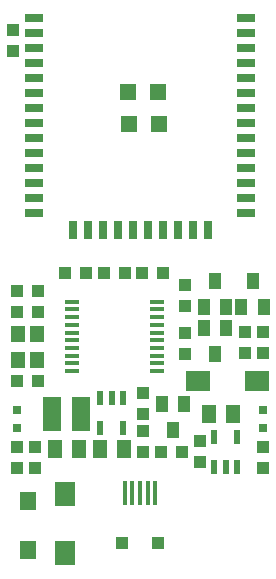
<source format=gbr>
G04 #@! TF.GenerationSoftware,KiCad,Pcbnew,6.0.0-rc1-unknown-829ba27~65~ubuntu16.04.1*
G04 #@! TF.CreationDate,2018-07-19T14:53:26+03:00*
G04 #@! TF.ProjectId,ESP32-DevKit-Lipo_Rev_A,45535033322D4465764B69742D4C6970,A*
G04 #@! TF.SameCoordinates,Original*
G04 #@! TF.FileFunction,Paste,Top*
G04 #@! TF.FilePolarity,Positive*
%FSLAX46Y46*%
G04 Gerber Fmt 4.6, Leading zero omitted, Abs format (unit mm)*
G04 Created by KiCad (PCBNEW 6.0.0-rc1-unknown-829ba27~65~ubuntu16.04.1) date Thu Jul 19 14:53:26 2018*
%MOMM*%
%LPD*%
G01*
G04 APERTURE LIST*
%ADD10R,1.200000X1.400000*%
%ADD11R,1.270000X1.524000*%
%ADD12R,1.016000X1.016000*%
%ADD13R,0.800000X0.800000*%
%ADD14R,1.700000X2.000000*%
%ADD15R,2.000000X1.700000*%
%ADD16R,1.000000X1.400000*%
%ADD17R,1.600000X3.000000*%
%ADD18R,0.550000X1.200000*%
%ADD19R,1.270000X0.325000*%
%ADD20R,1.550000X0.750000*%
%ADD21R,0.750000X1.550000*%
%ADD22R,1.400000X1.400000*%
%ADD23R,0.325000X2.150000*%
%ADD24R,1.100000X1.000000*%
%ADD25R,1.400000X1.500000*%
G04 APERTURE END LIST*
D10*
G04 #@! TO.C,Q1*
X134785000Y-99357000D03*
X133185000Y-101557000D03*
X134785000Y-101557000D03*
X133185000Y-99357000D03*
G04 #@! TD*
D11*
G04 #@! TO.C,C1*
X149352000Y-106172000D03*
X151384000Y-106172000D03*
G04 #@! TD*
D12*
G04 #@! TO.C,C2*
X134874000Y-97536000D03*
X133096000Y-97536000D03*
G04 #@! TD*
G04 #@! TO.C,C3*
X133096000Y-103378000D03*
X134874000Y-103378000D03*
G04 #@! TD*
G04 #@! TO.C,C4*
X145415000Y-94234000D03*
X143637000Y-94234000D03*
G04 #@! TD*
G04 #@! TO.C,C5*
X133096000Y-95758000D03*
X134874000Y-95758000D03*
G04 #@! TD*
D11*
G04 #@! TO.C,C6*
X142113000Y-109093000D03*
X140081000Y-109093000D03*
G04 #@! TD*
G04 #@! TO.C,C7*
X138303000Y-109093000D03*
X136271000Y-109093000D03*
G04 #@! TD*
D13*
G04 #@! TO.C,CHARGING1*
X153924000Y-107315000D03*
X153924000Y-105791000D03*
G04 #@! TD*
D14*
G04 #@! TO.C,D1*
X137160000Y-117943000D03*
X137160000Y-112943000D03*
G04 #@! TD*
D15*
G04 #@! TO.C,D2*
X148376000Y-103378000D03*
X153376000Y-103378000D03*
G04 #@! TD*
D16*
G04 #@! TO.C,FET1*
X147253960Y-105318560D03*
X145351500Y-105318560D03*
X146306540Y-107528360D03*
G04 #@! TD*
D17*
G04 #@! TO.C,L1*
X136087000Y-106172000D03*
X138487000Y-106172000D03*
G04 #@! TD*
D13*
G04 #@! TO.C,PWRLED1*
X133096000Y-107315000D03*
X133096000Y-105791000D03*
G04 #@! TD*
D16*
G04 #@! TO.C,Q2*
X148910040Y-97119440D03*
X150812500Y-97119440D03*
X149857460Y-94909640D03*
G04 #@! TD*
G04 #@! TO.C,Q3*
X150809960Y-98841560D03*
X148907500Y-98841560D03*
X149862540Y-101051360D03*
G04 #@! TD*
D12*
G04 #@! TO.C,R1*
X134620000Y-110744000D03*
X134620000Y-108966000D03*
G04 #@! TD*
G04 #@! TO.C,R2*
X133096000Y-110744001D03*
X133096000Y-108966001D03*
G04 #@! TD*
G04 #@! TO.C,R3*
X153924000Y-110744000D03*
X153924000Y-108966000D03*
G04 #@! TD*
G04 #@! TO.C,R4*
X148590000Y-110236000D03*
X148590000Y-108458000D03*
G04 #@! TD*
G04 #@! TO.C,R5*
X145288000Y-109347000D03*
X147066000Y-109347000D03*
G04 #@! TD*
G04 #@! TO.C,R6*
X138938000Y-94234000D03*
X137160000Y-94234000D03*
G04 #@! TD*
G04 #@! TO.C,R7*
X142240000Y-94234000D03*
X140462000Y-94234000D03*
G04 #@! TD*
G04 #@! TO.C,R8*
X147320000Y-101092000D03*
X147320000Y-99314000D03*
G04 #@! TD*
G04 #@! TO.C,R9*
X147320000Y-95250000D03*
X147320000Y-97028000D03*
G04 #@! TD*
G04 #@! TO.C,R10*
X152400000Y-99187000D03*
X152400000Y-100965000D03*
G04 #@! TD*
G04 #@! TO.C,R11*
X143764000Y-104394000D03*
X143764000Y-106172000D03*
G04 #@! TD*
G04 #@! TO.C,R12*
X143764000Y-109347000D03*
X143764000Y-107569000D03*
G04 #@! TD*
G04 #@! TO.C,R13*
X132715000Y-75438000D03*
X132715000Y-73660000D03*
G04 #@! TD*
G04 #@! TO.C,R14*
X153924000Y-100965000D03*
X153924000Y-99187000D03*
G04 #@! TD*
D18*
G04 #@! TO.C,U1*
X149799000Y-110647000D03*
X150749000Y-110647000D03*
X151699000Y-110647000D03*
X149799000Y-108047000D03*
X151699000Y-108047000D03*
G04 #@! TD*
D19*
G04 #@! TO.C,U2*
X137731500Y-96643000D03*
X137731500Y-97293000D03*
X137731500Y-97943000D03*
X137731500Y-98593000D03*
X137731500Y-99243000D03*
X137731500Y-99893000D03*
X137731500Y-100543000D03*
X137731500Y-101193000D03*
X137731500Y-101843000D03*
X137731500Y-102493000D03*
X144970500Y-102493000D03*
X144970500Y-101843000D03*
X144970500Y-101193000D03*
X144970500Y-100543000D03*
X144970500Y-99893000D03*
X144970500Y-99243000D03*
X144970500Y-98593000D03*
X144970500Y-97943000D03*
X144970500Y-97293000D03*
X144970500Y-96643000D03*
G04 #@! TD*
D18*
G04 #@! TO.C,U3*
X142047000Y-104745000D03*
X141097000Y-104745000D03*
X140147000Y-104745000D03*
X142047000Y-107345000D03*
X140147000Y-107345000D03*
G04 #@! TD*
D16*
G04 #@! TO.C,U4*
X153035000Y-94912000D03*
X153985000Y-97112000D03*
X152085000Y-97112000D03*
G04 #@! TD*
D20*
G04 #@! TO.C,U5*
X152510000Y-72641000D03*
X152510000Y-73911000D03*
X152510000Y-75181000D03*
X152510000Y-76451000D03*
X152510000Y-77721000D03*
X152510000Y-78991000D03*
X152510000Y-80261000D03*
X152510000Y-81531000D03*
X152510000Y-82801000D03*
X152510000Y-84071000D03*
X152510000Y-85341000D03*
X152510000Y-86611000D03*
X152510000Y-87881000D03*
X152510000Y-89151000D03*
D21*
X149240000Y-90601000D03*
X147970000Y-90601000D03*
X146700000Y-90601000D03*
X145430000Y-90601000D03*
X144160000Y-90601000D03*
X142890000Y-90601000D03*
X141620000Y-90601000D03*
X140350000Y-90601000D03*
X139080000Y-90601000D03*
X137810000Y-90601000D03*
D20*
X134510000Y-89111000D03*
X134510000Y-87841000D03*
X134510000Y-86571000D03*
X134510000Y-85301000D03*
X134510000Y-84031000D03*
X134510000Y-82761000D03*
X134510000Y-81491000D03*
X134510000Y-80221000D03*
X134510000Y-78951000D03*
X134510000Y-77681000D03*
X134510000Y-76411000D03*
X134510000Y-75141000D03*
X134510000Y-73871000D03*
X134510000Y-72601000D03*
D22*
X142511000Y-78917000D03*
X145051000Y-78917000D03*
X142536400Y-81584000D03*
X145076400Y-81584000D03*
G04 #@! TD*
D23*
G04 #@! TO.C,USB-UART1*
X142210000Y-112797000D03*
X142860000Y-112797000D03*
X143510000Y-112797000D03*
X144160000Y-112797000D03*
X144810000Y-112797000D03*
D24*
X142010000Y-117097000D03*
X145010000Y-117097000D03*
G04 #@! TD*
D25*
G04 #@! TO.C,RST1*
X133985000Y-117670000D03*
X133985000Y-113470000D03*
G04 #@! TD*
M02*

</source>
